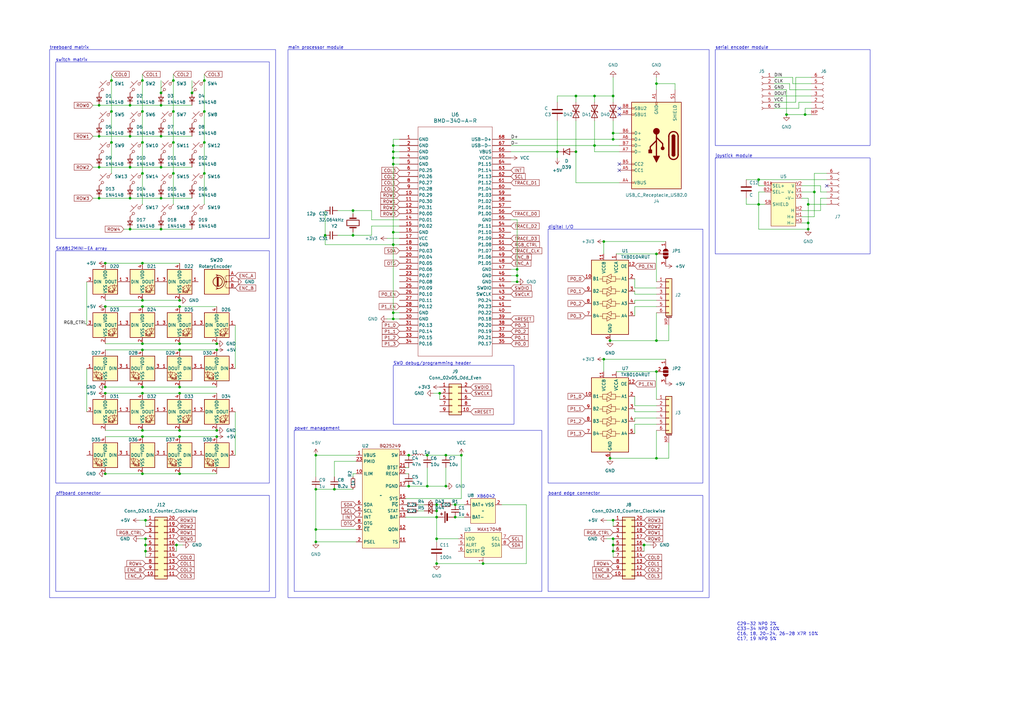
<source format=kicad_sch>
(kicad_sch (version 20230121) (generator eeschema)
  (paper "A3")
  (junction (at 251.46 220.98))
  (junction (at 40.64 43.18))
  (junction (at 269.24 152.4))
  (junction (at 247.65 147.32))
  (junction (at 66.04 68.58))
  (junction (at 331.47 83.82))
  (junction (at 58.42 58.42))
  (junction (at 212.09 113.03))
  (junction (at 251.46 39.37))
  (junction (at 175.26 199.39))
  (junction (at 73.66 194.31))
  (junction (at 58.42 71.12))
  (junction (at 78.74 38.1))
  (junction (at 58.42 140.97))
  (junction (at 53.34 93.98))
  (junction (at 167.64 186.69))
  (junction (at 161.29 100.33))
  (junction (at 331.47 91.44))
  (junction (at 129.54 200.66))
  (junction (at 83.82 33.02))
  (junction (at 45.72 45.72))
  (junction (at 212.09 110.49))
  (junction (at 236.22 62.23))
  (junction (at 53.34 43.18))
  (junction (at 161.29 128.27))
  (junction (at 73.66 179.07))
  (junction (at 73.66 125.73))
  (junction (at 83.82 45.72))
  (junction (at 179.07 207.01))
  (junction (at 228.6 62.23))
  (junction (at 186.69 207.01))
  (junction (at 251.46 223.52))
  (junction (at 58.42 45.72))
  (junction (at 161.29 64.77))
  (junction (at 83.82 71.12))
  (junction (at 161.29 62.23))
  (junction (at 73.66 140.97))
  (junction (at 43.18 158.75))
  (junction (at 179.07 209.55))
  (junction (at 45.72 58.42))
  (junction (at 59.69 213.36))
  (junction (at 161.29 59.69))
  (junction (at 43.18 194.31))
  (junction (at 71.12 58.42))
  (junction (at 73.66 176.53))
  (junction (at 175.26 186.69))
  (junction (at 40.64 81.28))
  (junction (at 198.12 231.14))
  (junction (at 269.24 34.29))
  (junction (at 53.34 81.28))
  (junction (at 161.29 67.31))
  (junction (at 311.15 73.66))
  (junction (at 58.42 194.31))
  (junction (at 331.47 93.98))
  (junction (at 58.42 33.02))
  (junction (at 59.69 220.98))
  (junction (at 247.65 99.06))
  (junction (at 40.64 55.88))
  (junction (at 58.42 176.53))
  (junction (at 269.24 104.14))
  (junction (at 58.42 158.75))
  (junction (at 73.66 158.75))
  (junction (at 186.69 212.09))
  (junction (at 322.58 46.99))
  (junction (at 73.66 123.19))
  (junction (at 43.18 107.95))
  (junction (at 251.46 213.36))
  (junction (at 250.19 187.96))
  (junction (at 53.34 68.58))
  (junction (at 212.09 115.57))
  (junction (at 45.72 33.02))
  (junction (at 58.42 161.29))
  (junction (at 251.46 57.15))
  (junction (at 59.69 226.06))
  (junction (at 73.66 143.51))
  (junction (at 179.07 220.98))
  (junction (at 311.15 83.82))
  (junction (at 182.88 199.39))
  (junction (at 182.88 186.69))
  (junction (at 129.54 222.25))
  (junction (at 144.78 86.36))
  (junction (at 58.42 125.73))
  (junction (at 167.64 199.39))
  (junction (at 58.42 123.19))
  (junction (at 137.16 200.66))
  (junction (at 72.39 223.52))
  (junction (at 251.46 54.61))
  (junction (at 66.04 38.1))
  (junction (at 73.66 161.29))
  (junction (at 243.84 59.69))
  (junction (at 179.07 231.14))
  (junction (at 40.64 68.58))
  (junction (at 129.54 217.17))
  (junction (at 83.82 58.42))
  (junction (at 66.04 55.88))
  (junction (at 88.9 176.53))
  (junction (at 58.42 143.51))
  (junction (at 66.04 81.28))
  (junction (at 58.42 179.07))
  (junction (at 144.78 96.52))
  (junction (at 43.18 161.29))
  (junction (at 71.12 45.72))
  (junction (at 330.2 46.99))
  (junction (at 53.34 55.88))
  (junction (at 88.9 143.51))
  (junction (at 43.18 125.73))
  (junction (at 71.12 71.12))
  (junction (at 88.9 140.97))
  (junction (at 250.19 139.7))
  (junction (at 161.29 95.25))
  (junction (at 66.04 43.18))
  (junction (at 59.69 223.52))
  (junction (at 269.24 187.96))
  (junction (at 180.34 161.29))
  (junction (at 264.16 223.52))
  (junction (at 269.24 139.7))
  (junction (at 179.07 212.09))
  (junction (at 133.35 96.52))
  (junction (at 243.84 39.37))
  (junction (at 189.23 186.69))
  (junction (at 58.42 107.95))
  (junction (at 236.22 39.37))
  (junction (at 161.29 130.81))
  (junction (at 71.12 33.02))
  (junction (at 251.46 226.06))
  (junction (at 334.01 78.74))
  (junction (at 129.54 186.69))
  (junction (at 88.9 179.07))
  (junction (at 66.04 93.98))
  (no_connect (at 339.09 76.2))
  (no_connect (at 254 44.45))
  (no_connect (at 254 46.99))
  (no_connect (at 254 67.31))
  (no_connect (at 254 69.85))
  (wire (pts (xy 78.74 33.02) (xy 78.74 38.1)))
  (wire (pts (xy 332.74 44.45) (xy 330.2 44.45)))
  (wire (pts (xy 331.47 83.82) (xy 339.09 83.82)))
  (wire (pts (xy 129.54 195.58) (xy 129.54 186.69)))
  (wire (pts (xy 317.5 31.75) (xy 325.12 31.75)))
  (wire (pts (xy 161.29 62.23) (xy 161.29 64.77)))
  (wire (pts (xy 247.65 99.06) (xy 273.05 99.06)))
  (wire (pts (xy 72.39 223.52) (xy 72.39 226.06)))
  (wire (pts (xy 83.82 58.42) (xy 83.82 71.12)))
  (wire (pts (xy 43.18 179.07) (xy 58.42 179.07)))
  (wire (pts (xy 50.8 93.98) (xy 53.34 93.98)))
  (wire (pts (xy 40.64 43.18) (xy 53.34 43.18)))
  (wire (pts (xy 171.45 207.01) (xy 173.99 207.01)))
  (wire (pts (xy 334.01 78.74) (xy 334.01 71.12)))
  (wire (pts (xy 161.29 59.69) (xy 161.29 62.23)))
  (wire (pts (xy 83.82 45.72) (xy 83.82 58.42)))
  (wire (pts (xy 269.24 171.45) (xy 260.35 171.45)))
  (wire (pts (xy 129.54 186.69) (xy 146.05 186.69)))
  (wire (pts (xy 254 62.23) (xy 243.84 62.23)))
  (wire (pts (xy 254 74.93) (xy 236.22 74.93)))
  (wire (pts (xy 158.75 130.81) (xy 161.29 130.81)))
  (wire (pts (xy 269.24 152.4) (xy 269.24 163.83)))
  (wire (pts (xy 83.82 30.48) (xy 83.82 33.02)))
  (wire (pts (xy 45.72 58.42) (xy 45.72 71.12)))
  (wire (pts (xy 66.04 81.28) (xy 78.74 81.28)))
  (wire (pts (xy 71.12 71.12) (xy 71.12 83.82)))
  (wire (pts (xy 189.23 186.69) (xy 182.88 186.69)))
  (wire (pts (xy 331.47 81.28) (xy 331.47 83.82)))
  (wire (pts (xy 58.42 194.31) (xy 73.66 194.31)))
  (wire (pts (xy 53.34 68.58) (xy 66.04 68.58)))
  (wire (pts (xy 215.9 207.01) (xy 205.74 207.01)))
  (wire (pts (xy 236.22 41.91) (xy 236.22 39.37)))
  (wire (pts (xy 311.15 93.98) (xy 311.15 83.82)))
  (wire (pts (xy 311.15 83.82) (xy 311.15 78.74)))
  (wire (pts (xy 166.37 199.39) (xy 167.64 199.39)))
  (wire (pts (xy 137.16 200.66) (xy 144.78 200.66)))
  (wire (pts (xy 138.43 96.52) (xy 144.78 96.52)))
  (wire (pts (xy 35.56 115.57) (xy 35.56 133.35)))
  (wire (pts (xy 236.22 39.37) (xy 243.84 39.37)))
  (wire (pts (xy 179.07 222.25) (xy 179.07 220.98)))
  (wire (pts (xy 161.29 57.15) (xy 161.29 59.69)))
  (wire (pts (xy 144.78 194.31) (xy 144.78 195.58)))
  (wire (pts (xy 330.2 44.45) (xy 330.2 46.99)))
  (wire (pts (xy 58.42 30.48) (xy 58.42 33.02)))
  (wire (pts (xy 167.64 199.39) (xy 175.26 199.39)))
  (wire (pts (xy 260.35 168.91) (xy 260.35 167.64)))
  (wire (pts (xy 260.35 123.19) (xy 260.35 124.46)))
  (wire (pts (xy 334.01 88.9) (xy 328.93 88.9)))
  (wire (pts (xy 83.82 33.02) (xy 83.82 45.72)))
  (wire (pts (xy 175.26 199.39) (xy 182.88 199.39)))
  (wire (pts (xy 66.04 43.18) (xy 78.74 43.18)))
  (wire (pts (xy 161.29 64.77) (xy 163.83 64.77)))
  (wire (pts (xy 83.82 71.12) (xy 83.82 83.82)))
  (wire (pts (xy 138.43 86.36) (xy 144.78 86.36)))
  (wire (pts (xy 161.29 95.25) (xy 161.29 100.33)))
  (wire (pts (xy 144.78 87.63) (xy 144.78 86.36)))
  (wire (pts (xy 251.46 39.37) (xy 251.46 41.91)))
  (wire (pts (xy 269.24 166.37) (xy 260.35 166.37)))
  (wire (pts (xy 45.72 30.48) (xy 45.72 33.02)))
  (wire (pts (xy 260.35 120.65) (xy 260.35 119.38)))
  (wire (pts (xy 175.26 191.77) (xy 175.26 199.39)))
  (wire (pts (xy 179.07 220.98) (xy 187.96 220.98)))
  (wire (pts (xy 248.92 213.36) (xy 251.46 213.36)))
  (wire (pts (xy 269.24 128.27) (xy 269.24 139.7)))
  (wire (pts (xy 43.18 176.53) (xy 58.42 176.53)))
  (wire (pts (xy 317.5 39.37) (xy 332.74 39.37)))
  (wire (pts (xy 161.29 130.81) (xy 163.83 130.81)))
  (wire (pts (xy 276.86 34.29) (xy 269.24 34.29)))
  (wire (pts (xy 129.54 200.66) (xy 137.16 200.66)))
  (wire (pts (xy 166.37 186.69) (xy 167.64 186.69)))
  (wire (pts (xy 269.24 173.99) (xy 260.35 173.99)))
  (wire (pts (xy 252.73 104.14) (xy 269.24 104.14)))
  (wire (pts (xy 146.05 222.25) (xy 129.54 222.25)))
  (wire (pts (xy 96.52 133.35) (xy 96.52 151.13)))
  (wire (pts (xy 53.34 81.28) (xy 66.04 81.28)))
  (wire (pts (xy 274.32 139.7) (xy 274.32 133.35)))
  (wire (pts (xy 144.78 86.36) (xy 152.4 86.36)))
  (wire (pts (xy 58.42 161.29) (xy 73.66 161.29)))
  (wire (pts (xy 58.42 71.12) (xy 58.42 83.82)))
  (wire (pts (xy 269.24 34.29) (xy 269.24 31.75)))
  (wire (pts (xy 58.42 45.72) (xy 58.42 58.42)))
  (wire (pts (xy 247.65 104.14) (xy 247.65 99.06)))
  (wire (pts (xy 186.69 207.01) (xy 190.5 207.01)))
  (wire (pts (xy 254 57.15) (xy 251.46 57.15)))
  (wire (pts (xy 73.66 161.29) (xy 88.9 161.29)))
  (wire (pts (xy 250.19 187.96) (xy 269.24 187.96)))
  (wire (pts (xy 251.46 226.06) (xy 251.46 228.6)))
  (wire (pts (xy 247.65 147.32) (xy 273.05 147.32)))
  (wire (pts (xy 144.78 96.52) (xy 152.4 96.52)))
  (wire (pts (xy 161.29 95.25) (xy 163.83 95.25)))
  (wire (pts (xy 133.35 96.52) (xy 133.35 100.33)))
  (wire (pts (xy 260.35 125.73) (xy 260.35 129.54)))
  (wire (pts (xy 317.5 34.29) (xy 323.85 34.29)))
  (wire (pts (xy 236.22 62.23) (xy 236.22 74.93)))
  (wire (pts (xy 43.18 140.97) (xy 58.42 140.97)))
  (wire (pts (xy 73.66 125.73) (xy 88.9 125.73)))
  (wire (pts (xy 66.04 33.02) (xy 66.04 38.1)))
  (wire (pts (xy 152.4 92.71) (xy 152.4 96.52)))
  (wire (pts (xy 209.55 57.15) (xy 251.46 57.15)))
  (wire (pts (xy 53.34 55.88) (xy 66.04 55.88)))
  (wire (pts (xy 71.12 30.48) (xy 71.12 33.02)))
  (wire (pts (xy 336.55 81.28) (xy 339.09 81.28)))
  (wire (pts (xy 311.15 73.66) (xy 339.09 73.66)))
  (wire (pts (xy 328.93 81.28) (xy 331.47 81.28)))
  (wire (pts (xy 323.85 36.83) (xy 332.74 36.83)))
  (wire (pts (xy 177.8 161.29) (xy 180.34 161.29)))
  (wire (pts (xy 212.09 90.17) (xy 212.09 110.49)))
  (wire (pts (xy 38.1 68.58) (xy 40.64 68.58)))
  (wire (pts (xy 269.24 125.73) (xy 260.35 125.73)))
  (wire (pts (xy 179.07 207.01) (xy 180.34 207.01)))
  (wire (pts (xy 251.46 57.15) (xy 251.46 54.61)))
  (wire (pts (xy 215.9 231.14) (xy 215.9 207.01)))
  (wire (pts (xy 186.69 212.09) (xy 190.5 212.09)))
  (wire (pts (xy 179.07 220.98) (xy 179.07 212.09)))
  (wire (pts (xy 58.42 158.75) (xy 73.66 158.75)))
  (wire (pts (xy 276.86 36.83) (xy 276.86 34.29)))
  (wire (pts (xy 175.26 186.69) (xy 173.99 186.69)))
  (wire (pts (xy 251.46 220.98) (xy 251.46 223.52)))
  (wire (pts (xy 228.6 62.23) (xy 228.6 49.53)))
  (wire (pts (xy 180.34 161.29) (xy 180.34 163.83)))
  (wire (pts (xy 58.42 123.19) (xy 73.66 123.19)))
  (wire (pts (xy 133.35 96.52) (xy 133.35 86.36)))
  (wire (pts (xy 161.29 64.77) (xy 161.29 67.31)))
  (wire (pts (xy 260.35 173.99) (xy 260.35 177.8)))
  (wire (pts (xy 179.07 231.14) (xy 198.12 231.14)))
  (wire (pts (xy 71.12 58.42) (xy 71.12 71.12)))
  (wire (pts (xy 212.09 110.49) (xy 212.09 113.03)))
  (wire (pts (xy 311.15 83.82) (xy 313.69 83.82)))
  (wire (pts (xy 209.55 59.69) (xy 243.84 59.69)))
  (wire (pts (xy 40.64 81.28) (xy 53.34 81.28)))
  (wire (pts (xy 243.84 39.37) (xy 251.46 39.37)))
  (wire (pts (xy 212.09 113.03) (xy 212.09 115.57)))
  (wire (pts (xy 334.01 71.12) (xy 339.09 71.12)))
  (wire (pts (xy 59.69 213.36) (xy 59.69 215.9)))
  (wire (pts (xy 254 54.61) (xy 251.46 54.61)))
  (wire (pts (xy 189.23 204.47) (xy 189.23 186.69)))
  (wire (pts (xy 306.07 83.82) (xy 311.15 83.82)))
  (wire (pts (xy 243.84 41.91) (xy 243.84 39.37)))
  (wire (pts (xy 38.1 43.18) (xy 40.64 43.18)))
  (wire (pts (xy 59.69 220.98) (xy 59.69 223.52)))
  (wire (pts (xy 59.69 223.52) (xy 59.69 226.06)))
  (wire (pts (xy 311.15 78.74) (xy 313.69 78.74)))
  (wire (pts (xy 336.55 78.74) (xy 339.09 78.74)))
  (wire (pts (xy 326.39 41.91) (xy 326.39 31.75)))
  (wire (pts (xy 40.64 68.58) (xy 53.34 68.58)))
  (wire (pts (xy 325.12 31.75) (xy 325.12 34.29)))
  (wire (pts (xy 73.66 194.31) (xy 88.9 194.31)))
  (wire (pts (xy 247.65 152.4) (xy 247.65 147.32)))
  (wire (pts (xy 43.18 161.29) (xy 58.42 161.29)))
  (wire (pts (xy 43.18 125.73) (xy 58.42 125.73)))
  (wire (pts (xy 166.37 194.31) (xy 167.64 194.31)))
  (wire (pts (xy 66.04 55.88) (xy 78.74 55.88)))
  (wire (pts (xy 269.24 118.11) (xy 260.35 118.11)))
  (wire (pts (xy 209.55 62.23) (xy 228.6 62.23)))
  (wire (pts (xy 129.54 222.25) (xy 129.54 217.17)))
  (wire (pts (xy 228.6 39.37) (xy 236.22 39.37)))
  (wire (pts (xy 212.09 115.57) (xy 209.55 115.57)))
  (wire (pts (xy 53.34 93.98) (xy 66.04 93.98)))
  (wire (pts (xy 166.37 212.09) (xy 179.07 212.09)))
  (wire (pts (xy 137.16 189.23) (xy 146.05 189.23)))
  (wire (pts (xy 209.55 113.03) (xy 212.09 113.03)))
  (wire (pts (xy 171.45 209.55) (xy 173.99 209.55)))
  (wire (pts (xy 71.12 33.02) (xy 71.12 45.72)))
  (wire (pts (xy 152.4 92.71) (xy 163.83 92.71)))
  (wire (pts (xy 269.24 176.53) (xy 269.24 187.96)))
  (wire (pts (xy 248.92 220.98) (xy 251.46 220.98)))
  (wire (pts (xy 336.55 76.2) (xy 336.55 78.74)))
  (wire (pts (xy 179.07 207.01) (xy 179.07 209.55)))
  (wire (pts (xy 161.29 62.23) (xy 163.83 62.23)))
  (wire (pts (xy 274.32 187.96) (xy 274.32 181.61)))
  (wire (pts (xy 328.93 78.74) (xy 334.01 78.74)))
  (wire (pts (xy 228.6 41.91) (xy 228.6 39.37)))
  (wire (pts (xy 43.18 107.95) (xy 58.42 107.95)))
  (wire (pts (xy 66.04 93.98) (xy 78.74 93.98)))
  (wire (pts (xy 182.88 199.39) (xy 182.88 191.77)))
  (wire (pts (xy 182.88 186.69) (xy 175.26 186.69)))
  (wire (pts (xy 43.18 143.51) (xy 58.42 143.51)))
  (wire (pts (xy 57.15 220.98) (xy 59.69 220.98)))
  (wire (pts (xy 330.2 46.99) (xy 322.58 46.99)))
  (wire (pts (xy 330.2 46.99) (xy 332.74 46.99)))
  (wire (pts (xy 228.6 62.23) (xy 228.6 64.77)))
  (wire (pts (xy 53.34 43.18) (xy 66.04 43.18)))
  (wire (pts (xy 152.4 90.17) (xy 163.83 90.17)))
  (wire (pts (xy 161.29 128.27) (xy 161.29 130.81)))
  (wire (pts (xy 328.93 91.44) (xy 331.47 91.44)))
  (wire (pts (xy 58.42 125.73) (xy 73.66 125.73)))
  (wire (pts (xy 166.37 191.77) (xy 167.64 191.77)))
  (wire (pts (xy 331.47 93.98) (xy 311.15 93.98)))
  (wire (pts (xy 73.66 140.97) (xy 88.9 140.97)))
  (wire (pts (xy 73.66 179.07) (xy 88.9 179.07)))
  (wire (pts (xy 59.69 226.06) (xy 59.69 228.6)))
  (wire (pts (xy 129.54 217.17) (xy 129.54 200.66)))
  (wire (pts (xy 269.24 187.96) (xy 274.32 187.96)))
  (wire (pts (xy 325.12 34.29) (xy 332.74 34.29)))
  (wire (pts (xy 146.05 194.31) (xy 144.78 194.31)))
  (wire (pts (xy 58.42 58.42) (xy 58.42 71.12)))
  (wire (pts (xy 58.42 33.02) (xy 58.42 45.72)))
  (wire (pts (xy 73.66 176.53) (xy 88.9 176.53)))
  (wire (pts (xy 260.35 171.45) (xy 260.35 172.72)))
  (wire (pts (xy 167.64 186.69) (xy 168.91 186.69)))
  (wire (pts (xy 236.22 62.23) (xy 236.22 49.53)))
  (wire (pts (xy 306.07 73.66) (xy 311.15 73.66)))
  (wire (pts (xy 58.42 107.95) (xy 73.66 107.95)))
  (wire (pts (xy 328.93 86.36) (xy 336.55 86.36)))
  (wire (pts (xy 243.84 62.23) (xy 243.84 59.69)))
  (wire (pts (xy 269.24 168.91) (xy 260.35 168.91)))
  (wire (pts (xy 43.18 123.19) (xy 58.42 123.19)))
  (wire (pts (xy 269.24 36.83) (xy 269.24 34.29)))
  (wire (pts (xy 161.29 128.27) (xy 163.83 128.27)))
  (wire (pts (xy 317.5 41.91) (xy 326.39 41.91)))
  (wire (pts (xy 250.19 139.7) (xy 269.24 139.7)))
  (wire (pts (xy 161.29 100.33) (xy 161.29 128.27)))
  (wire (pts (xy 163.83 57.15) (xy 161.29 57.15)))
  (wire (pts (xy 58.42 179.07) (xy 73.66 179.07)))
  (wire (pts (xy 322.58 36.83) (xy 317.5 36.83)))
  (wire (pts (xy 43.18 194.31) (xy 58.42 194.31)))
  (wire (pts (xy 43.18 158.75) (xy 58.42 158.75)))
  (wire (pts (xy 198.12 231.14) (xy 215.9 231.14)))
  (wire (pts (xy 73.66 158.75) (xy 88.9 158.75)))
  (wire (pts (xy 269.24 104.14) (xy 269.24 115.57)))
  (wire (pts (xy 35.56 151.13) (xy 35.56 168.91)))
  (wire (pts (xy 152.4 90.17) (xy 152.4 86.36)))
  (wire (pts (xy 74.93 223.52) (xy 72.39 223.52)))
  (wire (pts (xy 269.24 139.7) (xy 274.32 139.7)))
  (wire (pts (xy 58.42 143.51) (xy 73.66 143.51)))
  (wire (pts (xy 251.46 54.61) (xy 251.46 49.53)))
  (wire (pts (xy 260.35 118.11) (xy 260.35 114.3)))
  (wire (pts (xy 58.42 176.53) (xy 73.66 176.53)))
  (wire (pts (xy 38.1 55.88) (xy 40.64 55.88)))
  (wire (pts (xy 58.42 140.97) (xy 73.66 140.97)))
  (wire (pts (xy 129.54 217.17) (xy 146.05 217.17)))
  (wire (pts (xy 73.66 143.51) (xy 88.9 143.51)))
  (wire (pts (xy 323.85 34.29) (xy 323.85 36.83)))
  (wire (pts (xy 158.75 97.79) (xy 163.83 97.79)))
  (wire (pts (xy 260.35 166.37) (xy 260.35 162.56)))
  (wire (pts (xy 166.37 204.47) (xy 189.23 204.47)))
  (wire (pts (xy 66.04 68.58) (xy 78.74 68.58)))
  (wire (pts (xy 254 59.69) (xy 243.84 59.69)))
  (wire (pts (xy 264.16 223.52) (xy 264.16 226.06)))
  (wire (pts (xy 313.69 76.2) (xy 311.15 76.2)))
  (wire (pts (xy 326.39 31.75) (xy 332.74 31.75)))
  (wire (pts (xy 251.46 39.37) (xy 251.46 31.75)))
  (wire (pts (xy 251.46 213.36) (xy 251.46 215.9)))
  (wire (pts (xy 266.7 223.52) (xy 264.16 223.52)))
  (wire (pts (xy 185.42 207.01) (xy 186.69 207.01)))
  (wire (pts (xy 252.73 152.4) (xy 269.24 152.4)))
  (wire (pts (xy 161.29 67.31) (xy 163.83 67.31)))
  (wire (pts (xy 71.12 45.72) (xy 71.12 58.42)))
  (wire (pts (xy 137.16 195.58) (xy 137.16 189.23)))
  (wire (pts (xy 269.24 123.19) (xy 260.35 123.19)))
  (wire (pts (xy 133.35 100.33) (xy 161.29 100.33)))
  (wire (pts (xy 161.29 100.33) (xy 163.83 100.33)))
  (wire (pts (xy 328.93 76.2) (xy 336.55 76.2)))
  (wire (pts (xy 322.58 36.83) (xy 322.58 46.99)))
  (wire (pts (xy 317.5 44.45) (xy 327.66 44.45)))
  (wire (pts (xy 209.55 90.17) (xy 212.09 90.17)))
  (wire (pts (xy 179.07 209.55) (xy 179.07 212.09)))
  (wire (pts (xy 179.07 229.87) (xy 179.07 231.14)))
  (wire (pts (xy 96.52 168.91) (xy 96.52 186.69)))
  (wire (pts (xy 161.29 67.31) (xy 161.29 95.25)))
  (wire (pts (xy 327.66 41.91) (xy 332.74 41.91)))
  (wire (pts (xy 40.64 55.88) (xy 53.34 55.88)))
  (wire (pts (xy 161.29 59.69) (xy 163.83 59.69)))
  (wire (pts (xy 306.07 81.28) (xy 306.07 83.82)))
  (wire (pts (xy 243.84 59.69) (xy 243.84 49.53)))
  (wire (pts (xy 327.66 44.45) (xy 327.66 41.91)))
  (wire (pts (xy 57.15 213.36) (xy 59.69 213.36)))
  (wire (pts (xy 331.47 91.44) (xy 331.47 93.98)))
  (wire (pts (xy 209.55 110.49) (xy 212.09 110.49)))
  (wire (pts (xy 45.72 45.72) (xy 45.72 58.42)))
  (wire (pts (xy 269.24 120.65) (xy 260.35 120.65)))
  (wire (pts (xy 334.01 78.74) (xy 334.01 88.9)))
  (wire (pts (xy 45.72 33.02) (xy 45.72 45.72)))
  (wire (pts (xy 331.47 83.82) (xy 331.47 91.44)))
  (wire (pts (xy 311.15 76.2) (xy 311.15 73.66)))
  (wire (pts (xy 336.55 86.36) (xy 336.55 81.28)))
  (wire (pts (xy 251.46 223.52) (xy 251.46 226.06)))
  (wire (pts (xy 144.78 95.25) (xy 144.78 96.52)))
  (wire (pts (xy 38.1 81.28) (xy 40.64 81.28)))
  (rectangle (start 161.29 149.86) (end 210.82 173.99))
  (rectangle (start 120.65 176.53) (end 222.25 242.57))
  (rectangle (start 20.32 20.32) (end 113.03 245.11))
  (rectangle (start 118.11 20.32) (end 290.83 245.11))
  (rectangle (start 22.86 203.2) (end 110.49 242.57))
  (rectangle (start 293.37 64.77) (end 356.87 104.14))
  (rectangle (start 224.79 93.98) (end 288.29 198.12))
  (rectangle (start 293.37 20.32) (end 356.87 59.69))
  (rectangle (start 22.86 25.4) (end 110.49 97.79))
  (rectangle (start 224.79 203.2) (end 288.29 242.57))
  (rectangle (start 22.86 102.87) (end 110.49 198.12))
  (text "XB6042" (at 195.58 204.47 0) (effects (font (size 1.27 1.27)) (justify left bottom)))
  (text "joystick module" (at 293.37 64.77 0) (effects (font (size 1.27 1.27)) (justify left bottom)))
  (text "board edge connector" (at 224.79 203.2 0) (effects (font (size 1.27 1.27)) (justify left bottom)))
  (text "SK6812MINI-EA array" (at 22.86 102.87 0) (effects (font (size 1.27 1.27)) (justify left bottom)))
  (text "main processor module" (at 118.11 20.32 0) (effects (font (size 1.27 1.27)) (justify left bottom)))
  (text "SWD debug/programming header" (at 161.29 149.86 0) (effects (font (size 1.27 1.27)) (justify left bottom)))
  (text "treeboard matrix" (at 20.32 20.32 0) (effects (font (size 1.27 1.27)) (justify left bottom)))
  (text "C29-32 NP0 2%\nC33-34 NP0 10%\nC16, 18, 20-24, 26-28 X7R 10%\nC17, 19 NP0 5%\n" (at 302.26 262.89 0) (effects (font (size 1.27 1.27)) (justify left bottom)))
  (text "digital I/O" (at 224.79 93.98 0) (effects (font (size 1.27 1.27)) (justify left bottom)))
  (text "power management" (at 120.65 176.53 0) (effects (font (size 1.27 1.27)) (justify left bottom)))
  (text "serial encoder module" (at 293.37 20.32 0) (effects (font (size 1.27 1.27)) (justify left bottom)))
  (text "switch matrix" (at 22.86 25.4 0) (effects (font (size 1.27 1.27)) (justify left bottom)))
  (text "offboard connector" (at 22.86 203.2 0) (effects (font (size 1.27 1.27)) (justify left bottom)))
  (label "VCC" (at 317.5 41.91 0))
  (label "DOUT" (at 317.5 39.37 0))
  (label "CLK" (at 317.5 34.29 0))
  (label "GND" (at 317.5 36.83 0))
  (label "D+" (at 209.55 57.15 0))
  (label "DIN" (at 317.5 31.75 0))
  (label "RGB_CTRL" (at 35.56 133.35 180))
  (label "D-" (at 209.55 59.69 0))
  (label "CS" (at 317.5 44.45 0))
  (global_label "SWCLK" (shape input) (at 209.55 120.65 0) (property "Intersheetrefs" "${INTERSHEET_REFS}" (effects hide)))
  (global_label "SDA" (shape input) (at 208.28 223.52 0) (property "Intersheetrefs" "${INTERSHEET_REFS}" (effects hide)))
  (global_label "INT" (shape input) (at 146.05 212.09 180) (property "Intersheetrefs" "${INTERSHEET_REFS}" (effects hide)))
  (global_label "COL1" (shape input) (at 72.39 231.14 0) (property "Intersheetrefs" "${INTERSHEET_REFS}" (effects hide)))
  (global_label "ROW4" (shape input) (at 251.46 231.14 180) (property "Intersheetrefs" "${INTERSHEET_REFS}" (effects hide)))
  (global_label "COL3" (shape input) (at 83.82 30.48 0) (property "Intersheetrefs" "${INTERSHEET_REFS}" (effects hide)))
  (global_label "P0_3" (shape input) (at 209.55 133.35 0) (property "Intersheetrefs" "${INTERSHEET_REFS}" (effects hide)))
  (global_label "COL0" (shape input) (at 45.72 30.48 0) (property "Intersheetrefs" "${INTERSHEET_REFS}" (effects hide)))
  (global_label "ROW3" (shape input) (at 72.39 213.36 0) (property "Intersheetrefs" "${INTERSHEET_REFS}" (effects hide)))
  (global_label "OTG" (shape input) (at 146.05 214.63 180) (property "Intersheetrefs" "${INTERSHEET_REFS}" (effects hide)))
  (global_label "P1_3" (shape input) (at 240.03 177.8 180) (property "Intersheetrefs" "${INTERSHEET_REFS}" (effects hide)))
  (global_label "ROW3" (shape input) (at 163.83 87.63 180) (property "Intersheetrefs" "${INTERSHEET_REFS}" (effects hide)))
  (global_label "P0_1" (shape input) (at 209.55 138.43 0) (property "Intersheetrefs" "${INTERSHEET_REFS}" (effects hide)))
  (global_label "RGB_CTRL" (shape input) (at 251.46 218.44 180) (property "Intersheetrefs" "${INTERSHEET_REFS}" (effects hide)))
  (global_label "ROW3" (shape input) (at 38.1 81.28 180) (property "Intersheetrefs" "${INTERSHEET_REFS}" (effects hide)))
  (global_label "ROW4" (shape input) (at 59.69 231.14 180) (property "Intersheetrefs" "${INTERSHEET_REFS}" (effects hide)))
  (global_label "COL1" (shape input) (at 58.42 30.48 0) (property "Intersheetrefs" "${INTERSHEET_REFS}" (effects hide)))
  (global_label "ROW0" (shape input) (at 38.1 43.18 180) (property "Intersheetrefs" "${INTERSHEET_REFS}" (effects hide)))
  (global_label "ROW1" (shape input) (at 264.16 218.44 0) (property "Intersheetrefs" "${INTERSHEET_REFS}" (effects hide)))
  (global_label "ENC_A" (shape input) (at 251.46 236.22 180) (property "Intersheetrefs" "${INTERSHEET_REFS}" (effects hide)))
  (global_label "P1_3" (shape input) (at 163.83 140.97 180) (property "Intersheetrefs" "${INTERSHEET_REFS}" (effects hide)))
  (global_label "nRESET" (shape input) (at 193.04 168.91 0) (property "Intersheetrefs" "${INTERSHEET_REFS}" (effects hide)))
  (global_label "SDA" (shape input) (at 163.83 102.87 180) (property "Intersheetrefs" "${INTERSHEET_REFS}" (effects hide)))
  (global_label "ROW1" (shape input) (at 163.83 82.55 180) (property "Intersheetrefs" "${INTERSHEET_REFS}" (effects hide)))
  (global_label "COL2" (shape input) (at 163.83 72.39 180) (property "Intersheetrefs" "${INTERSHEET_REFS}" (effects hide)))
  (global_label "nRESET" (shape input) (at 209.55 130.81 0) (property "Intersheetrefs" "${INTERSHEET_REFS}" (effects hide)))
  (global_label "RGB_CTRL" (shape input) (at 59.69 218.44 180) (property "Intersheetrefs" "${INTERSHEET_REFS}" (effects hide)))
  (global_label "P1_EN" (shape input) (at 260.35 157.48 0) (property "Intersheetrefs" "${INTERSHEET_REFS}" (effects hide)))
  (global_label "ENC_B" (shape input) (at 96.52 118.11 0) (property "Intersheetrefs" "${INTERSHEET_REFS}" (effects hide)))
  (global_label "P0_2" (shape input) (at 209.55 135.89 0) (property "Intersheetrefs" "${INTERSHEET_REFS}" (effects hide)))
  (global_label "SDA" (shape input) (at 146.05 207.01 180) (property "Intersheetrefs" "${INTERSHEET_REFS}" (effects hide)))
  (global_label "SCL" (shape input) (at 208.28 220.98 0) (property "Intersheetrefs" "${INTERSHEET_REFS}" (effects hide)))
  (global_label "ROW2" (shape input) (at 163.83 85.09 180) (property "Intersheetrefs" "${INTERSHEET_REFS}" (effects hide)))
  (global_label "ENC_B" (shape input) (at 209.55 105.41 0) (property "Intersheetrefs" "${INTERSHEET_REFS}" (effects hide)))
  (global_label "ROW1" (shape input) (at 38.1 55.88 180) (property "Intersheetrefs" "${INTERSHEET_REFS}" (effects hide)))
  (global_label "COL2" (shape input) (at 71.12 30.48 0) (property "Intersheetrefs" "${INTERSHEET_REFS}" (effects hide)))
  (global_label "ROW2" (shape input) (at 38.1 68.58 180) (property "Intersheetrefs" "${INTERSHEET_REFS}" (effects hide)))
  (global_label "P1_2" (shape input) (at 163.83 138.43 180) (property "Intersheetrefs" "${INTERSHEET_REFS}" (effects hide)))
  (global_label "TRACE_D3" (shape input) (at 209.55 97.79 0) (property "Intersheetrefs" "${INTERSHEET_REFS}" (effects hide)))
  (global_label "COL1" (shape input) (at 264.16 231.14 0) (property "Intersheetrefs" "${INTERSHEET_REFS}" (effects hide)))
  (global_label "INT" (shape input) (at 209.55 69.85 0) (property "Intersheetrefs" "${INTERSHEET_REFS}" (effects hide)))
  (global_label "ROW1" (shape input) (at 72.39 218.44 0) (property "Intersheetrefs" "${INTERSHEET_REFS}" (effects hide)))
  (global_label "ROW3" (shape input) (at 264.16 213.36 0) (property "Intersheetrefs" "${INTERSHEET_REFS}" (effects hide)))
  (global_label "SWDIO" (shape input) (at 193.04 158.75 0) (property "Intersheetrefs" "${INTERSHEET_REFS}" (effects hide)))
  (global_label "ENC_A" (shape input) (at 209.55 107.95 0) (property "Intersheetrefs" "${INTERSHEET_REFS}" (effects hide)))
  (global_label "P1_EN" (shape input) (at 163.83 125.73 180) (property "Intersheetrefs" "${INTERSHEET_REFS}" (effects hide)))
  (global_label "TRACE_D0" (shape input) (at 209.55 87.63 0) (property "Intersheetrefs" "${INTERSHEET_REFS}" (effects hide)))
  (global_label "COL1" (shape input) (at 163.83 74.93 180) (property "Intersheetrefs" "${INTERSHEET_REFS}" (effects hide)))
  (global_label "P0_0" (shape input) (at 209.55 140.97 0) (property "Intersheetrefs" "${INTERSHEET_REFS}" (effects hide)))
  (global_label "P1_1" (shape input) (at 240.03 167.64 180) (property "Intersheetrefs" "${INTERSHEET_REFS}" (effects hide)))
  (global_label "COL0" (shape input) (at 72.39 228.6 0) (property "Intersheetrefs" "${INTERSHEET_REFS}" (effects hide)))
  (global_label "ENC_A" (shape input) (at 96.52 113.03 0) (property "Intersheetrefs" "${INTERSHEET_REFS}" (effects hide)))
  (global_label "OTG" (shape input) (at 163.83 107.95 180) (property "Intersheetrefs" "${INTERSHEET_REFS}" (effects hide)))
  (global_label "ENC_B" (shape input) (at 59.69 233.68 180) (property "Intersheetrefs" "${INTERSHEET_REFS}" (effects hide)))
  (global_label "ROW0" (shape input) (at 264.16 220.98 0) (property "Intersheetrefs" "${INTERSHEET_REFS}" (effects hide)))
  (global_label "ENC_B" (shape input) (at 251.46 233.68 180) (property "Intersheetrefs" "${INTERSHEET_REFS}" (effects hide)))
  (global_label "RGB_CTRL" (shape input) (at 209.55 100.33 0) (property "Intersheetrefs" "${INTERSHEET_REFS}" (effects hide)))
  (global_label "COL2" (shape input) (at 264.16 233.68 0) (property "Intersheetrefs" "${INTERSHEET_REFS}" (effects hide)))
  (global_label "ROW0" (shape input) (at 163.83 80.01 180) (property "Intersheetrefs" "${INTERSHEET_REFS}" (effects hide)))
  (global_label "TRACE_CLK" (shape input) (at 209.55 102.87 0) (property "Intersheetrefs" "${INTERSHEET_REFS}" (effects hide)))
  (global_label "P0_EN" (shape input) (at 163.83 120.65 180) (property "Intersheetrefs" "${INTERSHEET_REFS}" (effects hide)))
  (global_label "COL2" (shape input) (at 72.39 233.68 0) (property "Intersheetrefs" "${INTERSHEET_REFS}" (effects hide)))
  (global_label "COL3" (shape input) (at 72.39 236.22 0) (property "Intersheetrefs" "${INTERSHEET_REFS}" (effects hide)))
  (global_label "P0_1" (shape input) (at 240.03 119.38 180) (property "Intersheetrefs" "${INTERSHEET_REFS}" (effects hide)))
  (global_label "ROW2" (shape input) (at 72.39 215.9 0) (property "Intersheetrefs" "${INTERSHEET_REFS}" (effects hide)))
  (global_label "COL3" (shape input) (at 163.83 69.85 180) (property "Intersheetrefs" "${INTERSHEET_REFS}" (effects hide)))
  (global_label "P0_3" (shape input) (at 240.03 129.54 180) (property "Intersheetrefs" "${INTERSHEET_REFS}" (effects hide)))
  (global_label "ENC_A" (shape input) (at 59.69 236.22 180) (property "Intersheetrefs" "${INTERSHEET_REFS}" (effects hide)))
  (global_label "P1_2" (shape input) (at 240.03 172.72 180) (property "Intersheetrefs" "${INTERSHEET_REFS}" (effects hide)))
  (global_label "SWCLK" (shape input) (at 193.04 161.29 0) (property "Intersheetrefs" "${INTERSHEET_REFS}" (effects hide)))
  (global_label "P0_EN" (shape input) (at 260.35 109.22 0) (property "Intersheetrefs" "${INTERSHEET_REFS}" (effects hide)))
  (global_label "ROW0" (shape input) (at 72.39 220.98 0) (property "Intersheetrefs" "${INTERSHEET_REFS}" (effects hide)))
  (global_label "P0_2" (shape input) (at 240.03 124.46 180) (property "Intersheetrefs" "${INTERSHEET_REFS}" (effects hide)))
  (global_label "TRACE_D2" (shape input) (at 209.55 92.71 0) (property "Intersheetrefs" "${INTERSHEET_REFS}" (effects hide)))
  (global_label "SCL" (shape input) (at 209.55 72.39 0) (property "Intersheetrefs" "${INTERSHEET_REFS}" (effects hide)))
  (global_label "P1_0" (shape input) (at 240.03 162.56 180) (property "Intersheetrefs" "${INTERSHEET_REFS}" (effects hide)))
  (global_label "SWDIO" (shape input) (at 209.55 118.11 0) (property "Intersheetrefs" "${INTERSHEET_REFS}" (effects hide)))
  (global_label "TRACE_D1" (shape input) (at 209.55 74.93 0) (property "Intersheetrefs" "${INTERSHEET_REFS}" (effects hide)))
  (global_label "COL0" (shape input) (at 264.16 228.6 0) (property "Intersheetrefs" "${INTERSHEET_REFS}" (effects hide)))
  (global_label "COL0" (shape input) (at 163.83 77.47 180) (property "Intersheetrefs" "${INTERSHEET_REFS}" (effects hide)))
  (global_label "ROW2" (shape input) (at 264.16 215.9 0) (property "Intersheetrefs" "${INTERSHEET_REFS}" (effects hide)))
  (global_label "P1_1" (shape input) (at 163.83 135.89 180) (property "Intersheetrefs" "${INTERSHEET_REFS}" (effects hide)))
  (global_label "P1_0" (shape input) (at 163.83 133.35 180) (property "Intersheetrefs" "${INTERSHEET_REFS}" (effects hide)))
  (global_label "COL3" (shape input) (at 264.16 236.22 0) (property "Intersheetrefs" "${INTERSHEET_REFS}" (effects hide)))
  (global_label "SCL" (shape input) (at 146.05 209.55 180) (property "Intersheetrefs" "${INTERSHEET_REFS}" (effects hide)))
  (global_label "P0_0" (shape input) (at 240.03 114.3 180) (property "Intersheetrefs" "${INTERSHEET_REFS}" (effects hide)))
  (global_label "ROW4" (shape input) (at 50.8 93.98 180) (property "Intersheetrefs" "${INTERSHEET_REFS}" (effects hide)))
  (symbol (lib_id "LED:SK6812MINI") (at 88.9 151.13 0) (mirror y) (unit 1)
    (property "Reference" "D30" (at 85.09 144.78 0))
    (property "Value" "SK6812MINI" (effects hide))
    (property "Footprint" "proj:SK6812MINI-E" (effects hide))
    (property "Datasheet" "https://cdn-shop.adafruit.com/product-files/2686/SK6812MINI_REV.01-1-2.pdf" (effects hide))
  )
  (symbol (lib_id "Switch:SW_Push_45deg") (at 68.58 48.26 90) (unit 1)
    (property "Reference" "SW7" (at 72.39 46.99 90) (effects (justify right)))
    (property "Value" "SW_Push_45deg" (effects hide))
    (property "Footprint" "kailh-switches:Kailh_socket_MX" (effects hide))
  )
  (symbol (lib_id "power:+3V3") (at 158.75 97.79 90) (unit 1)
    (property "Reference" "#PWR019" (effects hide))
    (property "Value" "+3V3" (at 154.94 97.79 90) (effects (justify left)))
  )
  (symbol (lib_id "Device:D_Small") (at 66.04 78.74 90) (unit 1)
    (property "Reference" "D15" (at 68.58 77.47 90) (effects (justify right)))
    (property "Value" "1N4148" (at 68.58 80.01 90) (effects (justify right)))
    (property "Footprint" "Diode_SMD:D_SOD-523" (effects hide))
    (property "Sim.Device" "D" (effects hide))
    (property "Sim.Pins" "1=K 2=A" (effects hide))
  )
  (symbol (lib_id "Switch:SW_Push_45deg") (at 43.18 73.66 90) (unit 1)
    (property "Reference" "SW13" (at 46.99 72.39 90) (effects (justify right)))
    (property "Value" "SW_Push_45deg" (effects hide))
    (property "Footprint" "kailh-switches:Kailh_socket_MX" (effects hide))
  )
  (symbol (lib_id "power:GND") (at 158.75 130.81 270) (unit 1)
    (property "Reference" "#PWR032" (effects hide))
    (property "Value" "GND" (at 154.94 130.81 90) (effects (justify right)))
  )
  (symbol (lib_id "power:GND") (at 88.9 140.97 90) (unit 1)
    (property "Reference" "#PWR04" (effects hide))
    (property "Value" "GND" (at 92.71 140.97 90) (effects (justify right)))
  )
  (symbol (lib_id "Device:D_Small") (at 66.04 53.34 90) (unit 1)
    (property "Reference" "D7" (at 68.58 52.07 90) (effects (justify right)))
    (property "Value" "1N4148" (at 68.58 54.61 90) (effects (justify right)))
    (property "Footprint" "Diode_SMD:D_SOD-523" (effects hide))
    (property "Sim.Device" "D" (effects hide))
    (property "Sim.Pins" "1=K 2=A" (effects hide))
  )
  (symbol (lib_id "projspec:DS6091") (at 198.12 209.55 0) (unit 1)
    (property "Reference" "U8" (at 193.04 203.2 0))
    (property "Value" "~" (at 198.12 209.55 0))
    (property "Footprint" "Package_DFN_QFN:UDFN-4-1EP_1x1mm_P0.65mm_EP0.48x0.48mm" (effects hide))
  )
  (symbol (lib_id "LED:SK6812MINI") (at 58.42 133.35 0) (unit 1)
    (property "Reference" "D24" (at 62.23 127 0))
    (property "Value" "SK6812MINI" (effects hide))
    (property "Footprint" "proj:SK6812MINI-E" (effects hide))
    (property "Datasheet" "https://cdn-shop.adafruit.com/product-files/2686/SK6812MINI_REV.01-1-2.pdf" (effects hide))
  )
  (symbol (lib_id "Switch:SW_Push_45deg") (at 55.88 60.96 90) (unit 1)
    (property "Reference" "SW10" (at 59.69 59.69 90) (effects (justify right)))
    (property "Value" "SW_Push_45deg" (effects hide))
    (property "Footprint" "kailh-switches:Kailh_socket_MX" (effects hide))
  )
  (symbol (lib_id "power:GND") (at 57.15 220.98 270) (unit 1)
    (property "Reference" "#PWR035" (effects hide))
    (property "Value" "GND" (at 53.34 220.98 90) (effects (justify right)))
  )
  (symbol (lib_id "Switch:SW_Push_45deg") (at 68.58 86.36 90) (unit 1)
    (property "Reference" "SW18" (at 72.39 85.09 90) (effects (justify right)))
    (property "Value" "SW_Push_45deg" (effects hide))
    (property "Footprint" "kailh-switches:Kailh_socket_MX" (effects hide))
  )
  (symbol (lib_id "Switch:SW_Push_45deg") (at 81.28 86.36 90) (unit 1)
    (property "Reference" "SW19" (at 85.09 85.09 90) (effects (justify right)))
    (property "Value" "SW_Push_45deg" (effects hide))
    (property "Footprint" "kailh-switches:Kailh_socket_MX" (effects hide))
  )
  (symbol (lib_id "LED:SK6812MINI") (at 73.66 133.35 0) (unit 1)
    (property "Reference" "D25" (at 77.47 127 0))
    (property "Value" "SK6812MINI" (effects hide))
    (property "Footprint" "proj:SK6812MINI-E" (effects hide))
    (property "Datasheet" "https://cdn-shop.adafruit.com/product-files/2686/SK6812MINI_REV.01-1-2.pdf" (effects hide))
  )
  (symbol (lib_id "Device:C") (at 306.07 77.47 0) (unit 1)
    (property "Reference" "C12" (at 307.34 74.93 0) (effects (justify left)))
    (property "Value" "C" (at 307.34 80.01 0) (effects (justify left)))
    (property "Footprint" "Capacitor_SMD:C_0603_1608Metric" (effects hide))
  )
  (symbol (lib_id "projspec:BQ25249") (at 156.21 203.2 0) (unit 1)
    (property "Reference" "U2" (at 149.86 182.88 0))
    (property "Value" "~" (at 156.21 203.2 0))
    (property "Footprint" "Package_DFN_QFN:Texas_S-PVQFN-N24_EP2.1x2.1mm" (effects hide))
  )
  (symbol (lib_id "power:GND") (at 182.88 199.39 90) (unit 1)
    (property "Reference" "#PWR022" (effects hide))
    (property "Value" "GND" (at 186.69 199.39 90) (effects (justify right)))
  )
  (symbol (lib_id "power:GND") (at 269.24 31.75 180) (unit 1)
    (property "Reference" "#PWR020" (effects hide))
    (property "Value" "GND" (at 269.24 26.67 0))
  )
  (symbol (lib_id "power:GND") (at 179.07 231.14 0) (unit 1)
    (property "Reference" "#PWR010" (effects hide))
    (property "Value" "GND" (at 179.07 236.22 0))
  )
  (symbol (lib_id "Connector_Generic:Conn_02x05_Odd_Even") (at 185.42 163.83 0) (unit 1)
    (property "Reference" "J9" (at 186.69 152.4 0))
    (property "Value" "Conn_02x05_Odd_Even" (at 186.69 154.94 0))
    (property "Footprint" "Connector_PinSocket_1.27mm:PinSocket_2x05_P1.27mm_Vertical" (effects hide))
  )
  (symbol (lib_id "LED:SK6812MINI") (at 43.18 115.57 0) (unit 1)
    (property "Reference" "D20" (at 46.99 109.22 0))
    (property "Value" "SK6812MINI" (effects hide))
    (property "Footprint" "proj:SK6812MINI-E" (effects hide))
    (property "Datasheet" "https://cdn-shop.adafruit.com/product-files/2686/SK6812MINI_REV.01-1-2.pdf" (effects hide))
  )
  (symbol (lib_id "Switch:SW_Push_45deg") (at 55.88 35.56 90) (unit 1)
    (property "Reference" "SW2" (at 59.69 34.29 90) (effects (justify right)))
    (property "Value" "SW_Push_45deg" (effects hide))
    (property "Footprint" "kailh-switches:Kailh_socket_MX" (effects hide))
  )
  (symbol (lib_id "power:GND") (at 250.19 139.7 0) (unit 1)
    (property "Reference" "#PWR040" (effects hide))
    (property "Value" "GND" (at 250.19 144.78 0))
  )
  (symbol (lib_id "Device:C_Small") (at 167.64 189.23 0) (unit 1)
    (property "Reference" "C4" (at 168.91 187.96 0) (effects (justify left)))
    (property "Value" "47n" (at 168.91 190.5 0) (effects (justify left)))
    (property "Footprint" "Capacitor_SMD:C_0402_1005Metric" (effects hide))
  )
  (symbol (lib_id "power:GND") (at 73.66 123.19 90) (unit 1)
    (property "Reference" "#PWR05" (effects hide))
    (property "Value" "GND" (at 77.47 123.19 90) (effects (justify right)))
  )
  (symbol (lib_id "Device:R_Small") (at 144.78 198.12 180) (unit 1)
    (property "Reference" "R2" (at 143.51 194.31 90))
    (property "Value" "1k" (at 144.78 198.12 90))
    (property "Footprint" "Resistor_SMD:R_0402_1005Metric" (effects hide))
  )
  (symbol (lib_id "LED:SK6812MINI") (at 73.66 168.91 0) (unit 1)
    (property "Reference" "D33" (at 77.47 162.56 0))
    (property "Value" "SK6812MINI" (effects hide))
    (property "Footprint" "proj:SK6812MINI-E" (effects hide))
    (property "Datasheet" "https://cdn-shop.adafruit.com/product-files/2686/SK6812MINI_REV.01-1-2.pdf" (effects hide))
  )
  (symbol (lib_id "LED:SK6812MINI") (at 43.18 151.13 0) (mirror y) (unit 1)
    (property "Reference" "D27" (at 39.37 144.78 0))
    (property "Value" "SK6812MINI" (effects hide))
    (property "Footprint" "proj:SK6812MINI-E" (effects hide))
    (property "Datasheet" "https://cdn-shop.adafruit.com/product-files/2686/SK6812MINI_REV.01-1-2.pdf" (effects hide))
  )
  (symbol (lib_id "Device:R_Small") (at 182.88 207.01 90) (unit 1)
    (property "Reference" "R1" (at 186.69 205.74 90))
    (property "Value" "100" (at 182.88 207.01 90))
    (property "Footprint" "Resistor_SMD:R_0402_1005Metric" (effects hide))
  )
  (symbol (lib_id "LED:SK6812MINI") (at 73.66 186.69 0) (mirror y) (unit 1)
    (property "Reference" "D37" (at 69.85 180.34 0))
    (property "Value" "SK6812MINI" (effects hide))
    (property "Footprint" "proj:SK6812MINI-E" (effects hide))
    (property "Datasheet" "https://cdn-shop.adafruit.com/product-files/2686/SK6812MINI_REV.01-1-2.pdf" (effects hide))
  )
  (symbol (lib_id "power:+5V") (at 43.18 107.95 90) (unit 1)
    (property "Reference" "#PWR01" (effects hide))
    (property "Value" "+5V" (at 39.37 107.95 90) (effects (justify left)))
  )
  (symbol (lib_id "Device:D_Small") (at 53.34 53.34 90) (unit 1)
    (property "Reference" "D6" (at 55.88 52.07 90) (effects (justify right)))
    (property "Value" "1N4148" (at 55.88 54.61 90) (effects (justify right)))
    (property "Footprint" "Diode_SMD:D_SOD-523" (effects hide))
    (property "Sim.Device" "D" (effects hide))
    (property "Sim.Pins" "1=K 2=A" (effects hide))
  )
  (symbol (lib_id "Device:C") (at 228.6 45.72 180) (unit 1)
    (property "Reference" "C3" (at 226.06 46.99 0) (effects (justify left)))
    (property "Value" "C" (at 224.79 44.45 0) (effects (justify left)))
    (property "Footprint" "Capacitor_SMD:C_0402_1005Metric" (effects hide))
  )
  (symbol (lib_id "Device:C_Small") (at 186.69 209.55 0) (unit 1)
    (property "Reference" "C1" (at 187.96 208.28 0) (effects (justify left)))
    (property "Value" "1u" (at 187.96 210.82 0) (effects (justify left)))
    (property "Footprint" "Capacitor_SMD:C_0402_1005Metric" (effects hide))
  )
  (symbol (lib_id "LED:SK6812MINI") (at 58.42 151.13 0) (mirror y) (unit 1)
    (property "Reference" "D28" (at 54.61 144.78 0))
    (property "Value" "SK6812MINI" (effects hide))
    (property "Footprint" "proj:SK6812MINI-E" (effects hide))
    (property "Datasheet" "https://cdn-shop.adafruit.com/product-files/2686/SK6812MINI_REV.01-1-2.pdf" (effects hide))
  )
  (symbol (lib_id "power:+5V") (at 228.6 64.77 0) (mirror x) (unit 1)
    (property "Reference" "#PWR016" (effects hide))
    (property "Value" "+5V" (at 228.6 69.85 0))
  )
  (symbol (lib_id "power:GND") (at 43.18 158.75 270) (mirror x) (unit 1)
    (property "Reference" "#PWR08" (effects hide))
    (property "Value" "GND" (at 39.37 158.75 90) (effects (justify right)))
  )
  (symbol (lib_id "Device:D") (at 232.41 62.23 0) (unit 1)
    (property "Reference" "D39" (at 232.41 68.58 0))
    (property "Value" "D" (at 232.41 66.04 0))
    (property "Footprint" "Diode_SMD:D_SOD-323" (effects hide))
    (property "Sim.Device" "D" (effects hide))
    (property "Sim.Pins" "1=K 2=A" (effects hide))
  )
  (symbol (lib_id "power:VCC") (at 189.23 186.69 0) (unit 1)
    (property "Reference" "#PWR026" (effects hide))
    (property "Value" "VCC" (at 189.23 181.61 0))
  )
  (symbol (lib_id "Device:D_Small") (at 66.04 66.04 90) (unit 1)
    (property "Reference" "D11" (at 68.58 64.77 90) (effects (justify right)))
    (property "Value" "1N4148" (at 68.58 67.31 90) (effects (justify right)))
    (property "Footprint" "Diode_SMD:D_SOD-523" (effects hide))
    (property "Sim.Device" "D" (effects hide))
    (property "Sim.Pins" "1=K 2=A" (effects hide))
  )
  (symbol (lib_id "Device:D_Small") (at 78.74 53.34 90) (unit 1)
    (property "Reference" "D8" (at 81.28 52.07 90) (effects (justify right)))
    (property "Value" "1N4148" (at 81.28 54.61 90) (effects (justify right)))
    (property "Footprint" "Diode_SMD:D_SOD-523" (effects hide))
    (property "Sim.Device" "D" (effects hide))
    (property "Sim.Pins" "1=K 2=A" (effects hide))
  )
  (symbol (lib_id "LED:SK6812MINI") (at 58.42 168.91 0) (unit 1)
    (property "Reference" "D32" (at 62.23 162.56 0))
    (property "Value" "SK6812MINI" (effects hide))
    (property "Footprint" "proj:SK6812MINI-E" (effects hide))
    (property "Datasheet" "https://cdn-shop.adafruit.com/product-files/2686/SK6812MINI_REV.01-1-2.pdf" (effects hide))
  )
  (symbol (lib_id "Device:D_Small") (at 40.64 66.04 90) (unit 1)
    (property "Reference" "D9" (at 43.18 64.77 90) (effects (justify right)))
    (property "Value" "1N4148" (at 43.18 67.31 90) (effects (justify right)))
    (property "Footprint" "Diode_SMD:D_SOD-523" (effects hide))
    (property "Sim.Device" "D" (effects hide))
    (property "Sim.Pins" "1=K 2=A" (effects hide))
  )
  (symbol (lib_id "Device:D_Small") (at 53.34 40.64 90) (unit 1)
    (property "Reference" "D2" (at 55.88 39.37 90) (effects (justify right)))
    (property "Value" "1N4148" (at 55.88 41.91 90) (effects (justify right)))
    (property "Footprint" "Diode_SMD:D_SOD-523" (effects hide))
    (property "Sim.Device" "D" (effects hide))
    (property "Sim.Pins" "1=K 2=A" (effects hide))
  )
  (symbol (lib_id "Device:C_Small") (at 129.54 198.12 0) (unit 1)
    (property "Reference" "C9" (at 130.81 196.85 0) (effects (justify left)))
    (property "Value" "1u" (at 130.81 199.39 0) (effects (justify left)))
    (property "Footprint" "Capacitor_SMD:C_0402_1005Metric" (effects hide))
  )
  (symbol (lib_id "power:+5V") (at 88.9 143.51 270) (mirror x) (unit 1)
    (property "Reference" "#PWR06" (effects hide))
    (property "Value" "+5V" (at 92.71 143.51 90) (effects (justify left)))
  )
  (symbol (lib_id "Device:D_Small") (at 40.64 53.34 90) (unit 1)
    (property "Reference" "D5" (at 43.18 52.07 90) (effects (justify right)))
    (property "Value" "1N4148" (at 43.18 54.61 90) (effects (justify right)))
    (property "Footprint" "Diode_SMD:D_SOD-523" (effects hide))
    (property "Sim.Device" "D" (effects hide))
    (property "Sim.Pins" "1=K 2=A" (effects hide))
  )
  (symbol (lib_id "Device:C_Small") (at 135.89 96.52 90) (mirror x) (unit 1)
    (property "Reference" "C31" (at 134.62 97.79 90) (effects (justify left)))
    (property "Value" "12p" (at 129.54 97.79 90) (effects (justify left)))
    (property "Footprint" "Capacitor_SMD:C_0402_1005Metric" (effects hide))
  )
  (symbol (lib_id "LED:SK6812MINI") (at 88.9 186.69 0) (mirror y) (unit 1)
    (property "Reference" "D38" (at 85.09 180.34 0))
    (property "Value" "SK6812MINI" (effects hide))
    (property "Footprint" "proj:SK6812MINI-E" (effects hide))
    (property "Datasheet" "https://cdn-shop.adafruit.com/product-files/2686/SK6812MINI_REV.01-1-2.pdf" (effects hide))
  )
  (symbol (lib_id "Device:RotaryEncoder") (at 88.9 115.57 0) (mirror y) (unit 1)
    (property "Reference" "SW20" (at 91.44 106.68 0) (effects (justify left)))
    (property "Value" "RotaryEncoder" (at 95.25 109.22 0) (effects (justify left)))
    (property "Footprint" "proj:encoder" (effects hide))
  )
  (symbol (lib_id "power:+5V") (at 43.18 161.29 90) (unit 1)
    (property "Reference" "#PWR09" (effects hide))
    (property "Value" "+5V" (at 39.37 161.29 90) (effects (justify left)))
  )
  (symbol (lib_id "power:+5V") (at 273.05 157.48 270) (unit 1)
    (property "Reference" "#PWR013" (effects hide))
    (property "Value" "+5V" (at 276.86 157.48 90) (effects (justify left)))
  )
  (symbol (lib_id "Switch:SW_Push_45deg") (at 68.58 73.66 90) (unit 1)
    (property "Reference" "SW15" (at 72.39 72.39 90) (effects (justify right)))
    (property "Value" "SW_Push_45deg" (effects hide))
    (property "Footprint" "kailh-switches:Kailh_socket_MX" (effects hide))
  )
  (symbol (lib_id "power:+3V3") (at 180.34 158.75 90) (unit 1)
    (property "Reference" "#PWR042" (effects hide))
    (property "Value" "+3V3" (at 176.53 158.75 90) (effects (justify left)))
  )
  (symbol (lib_id "Logic_LevelTranslator:TXB0104RUT") (at 250.19 170.18 0) (mirror y) (unit 1)
    (property "Reference" "U7" (at 257.81 151.13 0) (effects (justify left)))
    (property "Value" "TXB0104RUT" (at 266.7 153.67 0) (effects (justify left)))
    (property "Footprint" "Package_DFN_QFN:Texas_R-PUQFN-N12" (effects hide))
    (property "Datasheet" "http://www.ti.com/lit/ds/symlink/txb0104.pdf" (effects hide))
  )
  (symbol (lib_id "power:GND") (at 266.7 223.52 90) (unit 1)
    (property "Reference" "#PWR027" (effects hide))
    (property "Value" "GND" (at 270.51 223.52 90) (effects (justify right)))
  )
  (symbol (lib_id "power:GND") (at 96.52 115.57 90) (unit 1)
    (property "Reference" "#PWR014" (effects hide))
    (property "Value" "GND" (at 100.33 115.57 90) (effects (justify right)))
  )
  (symbol (lib_id "LED:SK6812MINI") (at 58.42 115.57 0) (unit 1)
    (property "Reference" "D21" (at 62.23 109.22 0))
    (property "Value" "SK6812MINI" (effects hide))
    (property "Footprint" "proj:SK6812MINI-E" (effects hide))
    (property "Datasheet" "https://cdn-shop.adafruit.com/product-files/2686/SK6812MINI_REV.01-1-2.pdf" (effects hide))
  )
  (symbol (lib_id "Device:D_Small") (at 53.34 66.04 90) (unit 1)
    (property "Reference" "D10" (at 55.88 64.77 90) (effects (justify right)))
    (property "Value" "1N4148" (at 55.88 67.31 90) (effects (justify right)))
    (property "Footprint" "Diode_SMD:D_SOD-523" (effects hide))
    (property "Sim.Device" "D" (effects hide))
    (property "Sim.Pins" "1=K 2=A" (effects hide))
  )
  (symbol (lib_id "power:GND") (at 177.8 161.29 270) (unit 1)
    (property "Reference" "#PWR025" (effects hide))
    (property "Value" "GND" (at 173.99 161.29 90) (effects (justify right)))
  )
  (symbol (lib_id "power:GND") (at 331.47 93.98 0) (unit 1)
    (property "Reference" "#PWR029" (effects hide))
    (property "Value" "GND" (at 331.47 99.06 0))
  )
  (symbol (lib_id "power:+5V") (at 248.92 213.36 90) (mirror x) (unit 1)
    (property "Reference" "#PWR039" (effects hide))
    (property "Value" "+5V" (at 245.11 213.36 90) (effects (justify left)))
  )
  (symbol (lib_id "power:GND") (at 251.46 31.75 180) (unit 1)
    (property "Reference" "#PWR021" (effects hide))
    (property "Value" "GND" (at 251.46 26.67 0))
  )
  (symbol (lib_id "Jumper:SolderJumper_3_Open") (at 273.05 152.4 270) (unit 1)
    (property "Reference" "JP2" (at 275.59 151.13 90) (effects (justify left)))
    (property "Value" "SolderJumper_3_Open" (effects hide))
    (property "Footprint" "Jumper:SolderJumper-3_P1.3mm_Open_RoundedPad1.0x1.5mm" (effects hide))
  )
  (symbol (lib_id "LED:SK6812MINI") (at 43.18 133.35 0) (unit 1)
    (property "Reference" "D23" (at 46.99 127 0))
    (property "Value" "SK6812MINI" (effects hide))
    (property "Footprint" "proj:SK6812MINI-E" (effects hide))
    (property "Datasheet" "https://cdn-shop.adafruit.com/product-files/2686/SK6812MINI_REV.01-1-2.pdf" (effects hide))
  )
  (symbol (lib_id "Device:D_TVS") (at 236.22 45.72 270) (unit 1)
    (property "Reference" "D42" (at 234.95 46.99 90) (effects (justify right)))
    (property "Value" "D_TVS" (effects hide))
    (property "Footprint" "Diode_SMD:D_SOD-523" (effects hide))
  )
  (symbol (lib_id "Device:D_Small") (at 53.34 91.44 90) (unit 1)
    (property "Reference" "D17" (at 55.88 90.17 90) (effects (justify right)))
    (property "Value" "1N4148" (at 55.88 92.71 90) (effects (justify right)))
    (property "Footprint" "Diode_SMD:D_SOD-523" (effects hide))
    (property "Sim.Device" "D" (effects hide))
    (property "Sim.Pins" "1=K 2=A" (effects hide))
  )
  (symbol (lib_id "Switch:SW_Push_45deg") (at 81.28 48.26 90) (unit 1)
    (property "Reference" "SW8" (at 85.09 46.99 90) (effects (justify right)))
    (property "Value" "SW_Push_45deg" (effects hide))
    (property "Footprint" "kailh-switches:Kailh_socket_MX" (effects hide))
  )
  (symbol (lib_id "Device:LED_Small") (at 176.53 207.01 0) (unit 1)
    (property "Reference" "D43" (at 180.34 205.74 0))
    (property "Value" "LED_Small" (effects hide))
    (property "Footprint" "Capacitor_SMD:C_0603_1608Metric" (effects hide))
  )
  (symbol (lib_id "Device:LED_Small") (at 176.53 209.55 0) (unit 1)
    (property "Reference" "D44" (at 180.34 208.28 0))
    (property "Value" "LED_Small" (effects hide))
    (property "Footprint" "Capacitor_SMD:C_0603_1608Metric" (effects hide))
  )
  (symbol (lib_id "Device:L_Small") (at 171.45 186.69 90) (unit 1)
    (property "Reference" "L1" (at 171.45 185.42 90) (effects (justify left)))
    (property "Value" "1u" (at 176.53 185.42 90) (effects (justify left)))
    (property "Footprint" "Inductor_SMD:L_1210_3225Metric" (effects hide))
  )
  (symbol (lib_id "power:GND") (at 322.58 46.99 0) (unit 1)
    (property "Reference" "#PWR024" (effects hide))
    (property "Value" "GND" (at 322.58 52.07 0))
  )
  (symbol (lib_id "Switch:SW_Push_45deg") (at 55.88 73.66 90) (unit 1)
    (property "Reference" "SW14" (at 59.69 72.39 90) (effects (justify right)))
    (property "Value" "SW_Push_45deg" (effects hide))
    (property "Footprint" "kailh-switches:Kailh_socket_MX" (effects hide))
  )
  (symbol (lib_id "power:GND") (at 250.19 187.96 0) (unit 1)
    (property "Reference" "#PWR045" (effects hide))
    (property "Value" "GND" (at 250.19 193.04 0))
  )
  (symbol (lib_id "power:GND") (at 129.54 222.25 0) (unit 1)
    (property "Reference" "#PWR023" (effects hide))
    (property "Value" "GND" (at 129.54 227.33 0))
  )
  (symbol (lib_id "projspec:MAX17048") (at 198.12 223.52 0) (unit 1)
    (property "Reference" "U3" (at 191.77 217.17 0))
    (property "Value" "~" (at 198.12 226.06 0))
    (property "Footprint" "Package_DFN_QFN:DFN-8-1EP_2x2mm_P0.5mm_EP0.8x1.6mm" (effects hide))
  )
  (symbol (lib_id "LED:SK6812MINI") (at 43.18 186.69 0) (mirror y) (unit 1)
    (property "Reference" "D35" (at 39.37 180.34 0))
    (property "Value" "SK6812MINI" (effects hide))
    (property "Footprint" "proj:SK6812MINI-E" (effects hide))
    (property "Datasheet" "https://cdn-shop.adafruit.com/product-files/2686/SK6812MINI_REV.01-1-2.pdf" (effects hide))
  )
  (symbol (lib_id "Device:D_TVS") (at 251.46 45.72 270) (unit 1)
    (property "Reference" "D40" (at 250.19 46.99 90) (effects (justify right)))
    (property "Value" "D_TVS" (effects hide))
    (property "Footprint" "Diode_SMD:D_SOD-523" (effects hide))
  )
  (symbol (lib_id "Switch:SW_Push_45deg") (at 81.28 35.56 90) (unit 1)
    (property "Reference" "SW4" (at 85.09 34.29 90) (effects (justify right)))
    (property "Value" "SW_Push_45deg" (effects hide))
    (property "Footprint" "kailh-switches:Kailh_socket_MX" (effects hide))
  )
  (symbol (lib_id "LED:SK6812MINI") (at 43.18 168.91 0) (unit 1)
    (property "Reference" "D31" (at 46.99 162.56 0))
    (property "Value" "SK6812MINI" (effects hide))
    (property "Footprint" "proj:SK6812MINI-E" (effects hide))
    (property "Datasheet" "https://cdn-shop.adafruit.com/product-files/2686/SK6812MINI_REV.01-1-2.pdf" (effects hide))
  )
  (symbol (lib_id "Connector_Generic_MountingPin:Conn_01x06_MountingPin") (at 274.32 120.65 0) (unit 1)
    (property "Reference" "J2" (at 276.86 121.0056 0) (effects (justify left)))
    (property "Value" "Conn_01x06_MountingPin" (effects hide))
    (property "Footprint" "Connector_JST:JST_SH_SM06B-SRSS-TB_1x06-1MP_P1.00mm_Horizontal" (effects hide))
  )
  (symbol (lib_id "power:GND") (at 74.93 223.52 90) (unit 1)
    (property "Reference" "#PWR033" (effects hide))
    (property "Value" "GND" (at 78.74 223.52 90) (effects (justify right)))
  )
  (symbol (lib_id "Device:C_Small") (at 175.26 189.23 0) (unit 1)
    (property "Reference" "C6" (at 176.53 187.96 0) (effects (justify left)))
    (property "Value" "10u" (at 176.53 190.5 0) (effects (justify left)))
    (property "Footprint" "Capacitor_SMD:C_0603_1608Metric" (effects hide))
  )
  (symbol (lib_id "Device:D_Small") (at 78.74 40.64 90) (unit 1)
    (property "Reference" "D4" (at 81.28 39.37 90) (effects (justify right)))
    (property "Value" "1N4148" (at 81.28 41.91 90) (effects (justify right)))
    (property "Footprint" "Diode_SMD:D_SOD-523" (effects hide))
    (property "Sim.Device" "D" (effects hide))
    (property "Sim.Pins" "1=K 2=A" (effects hide))
  )
  (symbol (lib_id "power:GND") (at 43.18 194.31 270) (mirror x) (unit 1)
    (property "Reference" "#PWR015" (effects hide))
    (property "Value" "GND" (at 39.37 194.31 90) (effects (justify right)))
  )
  (symbol (lib_id "power:GND") (at 88.9 176.53 90) (unit 1)
    (property "Reference" "#PWR011" (effects hide))
    (property "Value" "GND" (at 92.71 176.53 90) (effects (justify right)))
  )
  (symbol (lib_id "Switch:SW_Push_45deg") (at 68.58 35.56 90) (unit 1)
    (property "Reference" "SW3" (at 72.39 34.29 90) (effects (justify right)))
    (property "Value" "SW_Push_45deg" (effects hide))
    (property "Footprint" "kailh-switches:Kailh_socket_MX" (effects hide))
  )
  (symbol (lib_id "Device:R_Small") (at 168.91 207.01 90) (unit 1)
    (property "Reference" "R4" (at 172.72 205.74 90))
    (property "Value" "2.2k" (at 168.91 207.01 90))
    (property "Footprint" "Resistor_SMD:R_0402_1005Metric" (effects hide))
  )
  (symbol (lib_id "LED:SK6812MINI") (at 88.9 133.35 0) (unit 1)
    (property "Reference" "D26" (at 92.71 127 0))
    (property "Value" "SK6812MINI" (effects hide))
    (property "Footprint" "proj:SK6812MINI-E" (effects hide))
    (property "Datasheet" "https://cdn-shop.adafruit.com/product-files/2686/SK6812MINI_REV.01-1-2.pdf" (effects hide))
  )
  (symbol (lib_name "Conn_01x06_Socket_1") (lib_id "Connector:Conn_01x06_Socket") (at 337.82 39.37 0) (mirror x) (unit 1)
    (property "Reference" "J6" (at 337.82 29.21 0))
    (property "Value" "Conn_01x06_Socket" (effects hide))
    (property "Footprint" "Connector_JST:JST_SH_SM06B-SRSS-TB_1x06-1MP_P1.00mm_Horizontal" (effects hide))
  )
  (symbol (lib_id "Connector:USB_C_Receptacle_USB2.0") (at 269.24 59.69 180) (unit 1)
    (property "Reference" "J4" (at 269.24 82.55 0))
    (property "Value" "USB_C_Receptacle_USB2.0" (at 269.24 80.01 0))
    (property "Footprint" "Connector_USB:USB_C_Receptacle_GCT_USB4105-xx-A_16P_TopMnt_Horizontal" (effects hide))
    (property "Datasheet" "https://www.usb.org/sites/default/files/documents/usb_type-c.zip" (effects hide))
  )
  (symbol (lib_id "power:VCC") (at 209.55 64.77 270) (unit 1)
    (property "Reference" "#PWR030" (effects hide))
    (property "Value" "VCC" (at 213.36 64.77 90) (effects (justify left)))
  )
  (symbol (lib_id "power:+5V") (at 129.54 186.69 0) (unit 1)
    (property "Reference" "#PWR018" (effects hide))
    (property "Value" "+5V" (at 129.54 181.61 0))
  )
  (symbol (lib_id "Device:D_Small") (at 40.64 78.74 90) (unit 1)
    (property "Reference" "D13" (at 43.18 77.47 90) (effects (justify right)))
    (property "Value" "1N4148" (at 43.18 80.01 90) (effects (justify right)))
    (property "Footprint" "Diode_SMD:D_SOD-523" (effects hide))
    (property "Sim.Device" "D" (effects hide))
    (property "Sim.Pins" "1=K 2=A" (effects hide))
  )
  (symbol (lib_id "power:+5V") (at 273.05 109.22 270) (unit 1)
    (property "Reference" "#PWR017" (effects hide))
    (property "Value" "+5V" (at 276.86 109.22 90) (effects (justify left)))
  )
  (symbol (lib_id "LED:SK6812MINI") (at 73.66 115.57 0) (unit 1)
    (property "Reference" "D22" (at 77.47 109.22 0))
    (property "Value" "SK6812MINI" (effects hide))
    (property "Footprint" "proj:SK6812MINI-E" (effects hide))
    (property "Datasheet" "https://cdn-shop.adafruit.com/product-files/2686/SK6812MINI_REV.01-1-2.pdf" (effects hide))
  )
  (symbol (lib_id "Device:D_Small") (at 66.04 91.44 90) (unit 1)
    (property "Reference" "D18" (at 68.58 90.17 90) (effects (justify right)))
    (property "Value" "1N4148" (at 68.58 92.71 90) (effects (justify right)))
    (property "Footprint" "Diode_SMD:D_SOD-523" (effects hide))
    (property "Sim.Device" "D" (effects hide))
    (property "Sim.Pins" "1=K 2=A" (effects hide))
  )
  (symbol (lib_id "Device:D_TVS") (at 243.84 45.72 270) (unit 1)
    (property "Reference" "D41" (at 242.57 46.99 90) (effects (justify right)))
    (property "Value" "D_TVS" (effects hide))
    (property "Footprint" "Diode_SMD:D_SOD-523" (effects hide))
  )
  (symbol (lib_id "power:+3V3") (at 247.65 99.06 90) (unit 1)
    (property "Reference" "#PWR028" (effects hide))
    (property "Value" "+3V3" (at 243.84 99.06 90) (effects (justify left)))
  )
  (symbol (lib_id "Device:C_Small") (at 137.16 198.12 0) (unit 1)
    (property "Reference" "C8" (at 138.43 196.85 0) (effects (justify left)))
    (property "Value" "8.2u" (at 138.43 199.39 0) (effects (justify left)))
    (property "Footprint" "Capacitor_SMD:C_0402_1005Metric" (effects hide))
  )
  (symbol (lib_id "Device:D_Small") (at 40.64 40.64 90) (unit 1)
    (property "Reference" "D1" (at 43.18 39.37 90) (effects (justify right)))
    (property "Value" "1N4148" (at 43.18 41.91 90) (effects (justify right)))
    (property "Footprint" "Diode_SMD:D_SOD-523" (effects hide))
    (property "Sim.Device" "D" (effects hide))
    (property "Sim.Pins" "1=K 2=A" (effects hide))
  )
  (symbol (lib_id "Connector_Generic_MountingPin:Conn_01x06_MountingPin") (at 274.32 168.91 0) (unit 1)
    (property "Reference" "J3" (at 276.86 169.2656 0) (effects (justify left)))
    (property "Value" "Conn_01x06_MountingPin" (effects hide))
    (property "Footprint" "Connector_JST:JST_SH_SM06B-SRSS-TB_1x06-1MP_P1.00mm_Horizontal" (effects hide))
  )
  (symbol (lib_id "power:+5V") (at 43.18 125.73 90) (unit 1)
    (property "Reference" "#PWR03" (effects hide))
    (property "Value" "+5V" (at 39.37 125.73 90) (effects (justify left)))
  )
  (symbol (lib_id "Device:C_Small") (at 135.89 86.36 90) (mirror x) (unit 1)
    (property "Reference" "C32" (at 134.62 87.63 90) (effects (justify left)))
    (property "Value" "12p" (at 129.54 87.63 90) (effects (justify left)))
    (property "Footprint" "Capacitor_SMD:C_0402_1005Metric" (effects hide))
  )
  (symbol (lib_id "Switch:SW_Push_45deg") (at 81.28 73.66 90) (unit 1)
    (property "Reference" "SW16" (at 85.09 72.39 90) (effects (justify right)))
    (property "Value" "SW_Push_45deg" (effects hide))
    (property "Footprint" "kailh-switches:Kailh_socket_MX" (effects hide))
  )
  (symbol (lib_id "Device:D_Small") (at 66.04 40.64 90) (unit 1)
    (property "Reference" "D3" (at 68.58 39.37 90) (effects (justify right)))
    (property "Value" "1N4148" (at 68.58 41.91 90) (effects (justify right)))
    (property "Footprint" "Diode_SMD:D_SOD-523" (effects hide))
    (property "Sim.Device" "D" (effects hide))
    (property "Sim.Pins" "1=K 2=A" (effects hide))
  )
  (symbol (lib_id "Device:C_Small") (at 182.88 189.23 0) (unit 1)
    (property "Reference" "C7" (at 184.15 187.96 0) (effects (justify left)))
    (property "Value" "10u" (at 184.15 190.5 0) (effects (justify left)))
    (property "Footprint" "Capacitor_SMD:C_0603_1608Metric" (effects hide))
  )
  (symbol (lib_id "power:GND") (at 212.09 115.57 90) (unit 1)
    (property "Reference" "#PWR036" (effects hide))
    (property "Value" "GND" (at 215.9 115.57 90) (effects (justify right)))
  )
  (symbol (lib_id "Device:D_Small") (at 78.74 78.74 90) (unit 1)
    (property "Reference" "D16" (at 81.28 77.47 90) (effects (justify right)))
    (property "Value" "1N4148" (at 81.28 80.01 90) (effects (justify right)))
    (property "Footprint" "Diode_SMD:D_SOD-523" (effects hide))
    (property "Sim.Device" "D" (effects hide))
    (property "Sim.Pins" "1=K 2=A" (effects hide))
  )
  (symbol (lib_id "Connector:Conn_01x06_Socket") (at 344.17 78.74 0) (mirror x) (unit 1)
    (property "Reference" "J7" (at 343.535 88.9 0))
    (property "Value" "Conn_01x06_Socket" (effects hide))
    (property "Footprint" "Connector_JST:JST_SH_SM06B-SRSS-TB_1x06-1MP_P1.00mm_Horizontal" (effects hide))
  )
  (symbol (lib_id "power:+5V") (at 57.15 213.36 90) (mirror x) (unit 1)
    (property "Reference" "#PWR038" (effects hide))
    (property "Value" "+5V" (at 53.34 213.36 90) (effects (justify left)))
  )
  (symbol (lib_id "Device:C") (at 179.07 226.06 0) (unit 1)
    (property "Reference" "C11" (at 180.34 223.52 0) (effects (justify left)))
    (property "Value" "100n" (at 180.34 228.6 0) (effects (justify left)))
    (property "Footprint" "Capacitor_SMD:C_0402_1005Metric" (effects hide))
  )
  (symbol (lib_id "power:+3V3") (at 247.65 147.32 90) (unit 1)
    (property "Reference" "#PWR041" (effects hide))
    (property "Value" "+3V3" (at 243.84 147.32 90) (effects (justify left)))
  )
  (symbol (lib_id "joystick_sym:ps4_joystick") (at 322.58 81.28 0) (mirror y) (unit 1)
    (property "Reference" "U5" (at 321.31 72.39 0))
    (property "Value" "~" (at 322.58 81.28 0))
    (property "Footprint" "proj:PS4_joystick" (effects hide))
  )
  (symbol (lib_id "Switch:SW_Push_45deg") (at 68.58 60.96 90) (unit 1)
    (property "Reference" "SW11" (at 72.39 59.69 90) (effects (justify right)))
    (property "Value" "SW_Push_45deg" (effects hide))
    (property "Footprint" "kailh-switches:Kailh_socket_MX" (effects hide))
  )
  (symbol (lib_id "Switch:SW_Push_45deg") (at 55.88 86.36 90) (unit 1)
    (property "Reference" "SW17" (at 59.69 85.09 90) (effects (justify right)))
    (property "Value" "SW_Push_45deg" (effects hide))
    (property "Footprint" "kailh-switches:Kailh_socket_MX" (effects hide))
  )
  (symbol (lib_id "LED:SK6812MINI") (at 73.66 151.13 0) (mirror y) (unit 1)
    (property "Reference" "D29" (at 69.85 144.78 0))
    (property "Value" "SK6812MINI" (effects hide))
    (property "Footprint" "proj:SK6812MINI-E" (effects hide))
    (property "Datasheet" "https://cdn-shop.adafruit.com/product-files/2686/SK6812MINI_REV.01-1-2.pdf" (effects hide))
  )
  (symbol (lib_id "Switch:SW_Push_45deg") (at 43.18 35.56 90) (unit 1)
    (property "Reference" "SW1" (at 46.99 34.29 90) (effects (justify right)))
    (property "Value" "SW_Push_45deg" (effects hide))
    (property "Footprint" "kailh-switches:Kailh_socket_MX" (effects hide))
  )
  (symbol (lib_id "Connector:Conn_01x06_Socket") (at 312.42 36.83 0) (mirror y) (unit 1)
    (property "Reference" "J5" (at 312.42 29.21 0))
    (property "Value" "Conn_01x06_Socket" (effects hide))
    (property "Footprint" "Connector_PinSocket_2.54mm:PinSocket_1x06_P2.54mm_Vertical" (effects hide))
  )
  (symbol (lib_id "Switch:SW_Push_45deg") (at 55.88 48.26 90) (unit 1)
    (property "Reference" "SW6" (at 59.69 46.99 90) (effects (justify right)))
    (property "Value" "SW_Push_45deg" (effects hide))
    (property "Footprint" "kailh-switches:Kailh_socket_MX" (effects hide))
  )
  (symbol (lib_id "Logic_LevelTranslator:TXB0104RUT") (at 250.19 121.92 0) (mirror y) (unit 1)
    (property "Reference" "U1" (at 257.81 102.87 0) (effects (justify left)))
    (property "Value" "TXB0104RUT" (at 266.7 105.41 0) (effects (justify left)))
    (property "Footprint" "Package_DFN_QFN:Texas_R-PUQFN-N12" (effects hide))
    (property "Datasheet" "http://www.ti.com/lit/ds/symlink/txb0104.pdf" (effects hide))
  )
  (symbol (lib_id "bmd340:BMD-340-A-R") (at 163.83 57.15 0) (unit 1)
    (property "Reference" "U6" (at 186.69 46.99 0) (effects (font (size 1.524 1.524))))
    (property "Value" "BMD-340-A-R" (at 186.69 49.53 0) (effects (font (size 1.524 1.524))))
    (property "Footprint" "bmd340:BMD-340_UBL" (effects hide))
    (property "Datasheet" "BMD-340-A-R" (effects hide))
  )
  (symbol (lib_id "Switch:SW_Push_45deg") (at 43.18 48.26 90) (unit 1)
    (property "Reference" "SW5" (at 46.99 46.99 90) (effects (justify right)))
    (property "Value" "SW_Push_45deg" (effects hide))
    (property "Footprint" "kailh-switches:Kailh_socket_MX" (effects hide))
  )
  (symbol (lib_id "Connector_Generic:Conn_02x10_Counter_Clockwise") (at 256.54 223.52 0) (unit 1)
    (property "Reference" "J8" (at 257.81 207.01 0))
    (property "Value" "Conn_02x10_Counter_Clockwise" (at 257.81 209.55 0))
    (property "Footprint" "Connector:Connector_SFP_and_Cage" (effects hide))
  )
  (symbol (lib_id "Switch:SW_Push_45deg") (at 81.28 60.96 90) (unit 1)
    (property "Reference" "SW12" (at 85.09 59.69 90) (effects (justify right)))
    (property "Value" "SW_Push_45deg" (effects hide))
    (property "Footprint" "kailh-switches:Kailh_socket_MX" (effects hide))
  )
  (symbol (lib_id "Switch:SW_Push_45deg") (at 43.18 60.96 90) (unit 1)
    (property "Reference" "SW9" (at 46.99 59.69 90) (effects (justify right)))
    (property "Value" "SW_Push_45deg" (effects hide))
    (property "Footprint" "kailh-switches:Kailh_socket_MX" (effects hide))
  )
  (symbol (lib_id "Device:R_Small") (at 168.91 209.55 90) (unit 1)
    (property "Reference" "R5" (at 172.72 208.28 90))
    (property "Value" "2.2k" (at 168.91 209.55 90))
    (property "Footprint" "Resistor_SMD:R_0402_1005Metric" (effects hide))
  )
  (symbol (lib_id "Device:C_Small") (at 167.64 196.85 0) (unit 1)
    (property "Reference" "C5" (at 168.91 195.58 0) (effects (justify left)))
    (property "Value" "4.7u" (at 168.91 198.12 0) (effects (justify left)))
    (property "Footprint" "Capacitor_SMD:C_0402_1005Metric" (effects hide))
  )
  (symbol (lib_id "Device:D_Small") (at 53.34 78.74 90) (unit 1)
    (property "Reference" "D14" (at 55.88 77.47 90) (effects (justify right)))
    (property "Value" "1N4148" (at 55.88 80.01 90) (effects (justify right)))
    (property "Footprint" "Diode_SMD:D_SOD-523" (effects hide))
    (property "Sim.Device" "D" (effects hide))
    (property "Sim.Pins" "1=K 2=A" (effects hide))
  )
  (symbol (lib_id "LED:SK6812MINI") (at 58.42 186.69 0) (mirror y) (unit 1)
    (property "Reference" "D36" (at 54.61 180.34 0))
    (property "Value" "SK6812MINI" (effects hide))
    (property "Footprint" "proj:SK6812MINI-E" (effects hide))
    (property "Datasheet" "https://cdn-shop.adafruit.com/product-files/2686/SK6812MINI_REV.01-1-2.pdf" (effects hide))
  )
  (symbol (lib_id "Device:D_Small") (at 78.74 66.04 90) (unit 1)
    (property "Reference" "D12" (at 81.28 64.77 90) (effects (justify right)))
    (property "Value" "1N4148" (at 81.28 67.31 90) (effects (justify right)))
    (property "Footprint" "Diode_SMD:D_SOD-523" (effects hide))
    (property "Sim.Device" "D" (effects hide))
    (property "Sim.Pins" "1=K 2=A" (effects hide))
  )
  (symbol (lib_id "Device:D_Small") (at 78.74 91.44 90) (unit 1)
    (property "Reference" "D19" (at 81.28 90.17 90) (effects (justify right)))
    (property "Value" "1N4148" (at 81.28 92.71 90) (effects (justify right)))
    (property "Footprint" "Diode_SMD:D_SOD-523" (effects hide))
    (property "Sim.Device" "D" (effects hide))
    (property "Sim.Pins" "1=K 2=A" (effects hide))
  )
  (symbol (lib_id "Device:Battery_Cell") (at 184.15 212.09 90) (unit 1)
    (property "Reference" "BT1" (effects hide))
    (property "Value" "Battery_Cell" (effects hide))
    (property "Footprint" "Connector_JST:JST_PH_S2B-PH-K_1x02_P2.00mm_Horizontal" (effects hide))
  )
  (symbol (lib_id "LED:SK6812MINI") (at 88.9 168.91 0) (unit 1)
    (property "Reference" "D34" (at 92.71 162.56 0))
    (property "Value" "SK6812MINI" (effects hide))
    (property "Footprint" "proj:SK6812MINI-E" (effects hide))
    (property "Datasheet" "https://cdn-shop.adafruit.com/product-files/2686/SK6812MINI_REV.01-1-2.pdf" (effects hide))
  )
  (symbol (lib_id "power:GND") (at 248.92 220.98 270) (unit 1)
    (property "Reference" "#PWR037" (effects hide))
    (property "Value" "GND" (at 245.11 220.98 90) (effects (justify right)))
  )
  (symbol (lib_id "Jumper:SolderJumper_3_Open") (at 273.05 104.14 270) (unit 1)
    (property "Reference" "JP1" (at 275.59 102.87 90) (effects (justify left)))
    (property "Value" "SolderJumper_3_Open" (effects hide))
    (property "Footprint" "Jumper:SolderJumper-3_P1.3mm_Open_RoundedPad1.0x1.5mm" (effects hide))
  )
  (symbol (lib_id "power:+5V") (at 88.9 179.07 270) (mirror x) (unit 1)
    (property "Reference" "#PWR012" (effects hide))
    (property "Value" "+5V" (at 92.71 179.07 90) (effects (justify left)))
  )
  (symbol (lib_id "Connector_Generic:Conn_02x10_Counter_Clockwise") (at 64.77 223.52 0) (unit 1)
    (property "Reference" "J12" (at 66.04 207.01 0))
    (property "Value" "Conn_02x10_Counter_Clockwise" (at 66.04 209.55 0))
    (property "Footprint" "Connector:Connector_SFP_and_Cage" (effects hide))
  )
  (symbol (lib_id "Device:Crystal") (at 144.78 91.44 270) (mirror x) (unit 1)
    (property "Reference" "Y2" (at 137.16 92.71 90))
    (property "Value" "32.064kHz" (at 135.89 90.17 90))
    (property "Footprint" "Crystal:Crystal_SMD_3215-2Pin_3.2x1.5mm" (effects hide))
  )
)
</source>
